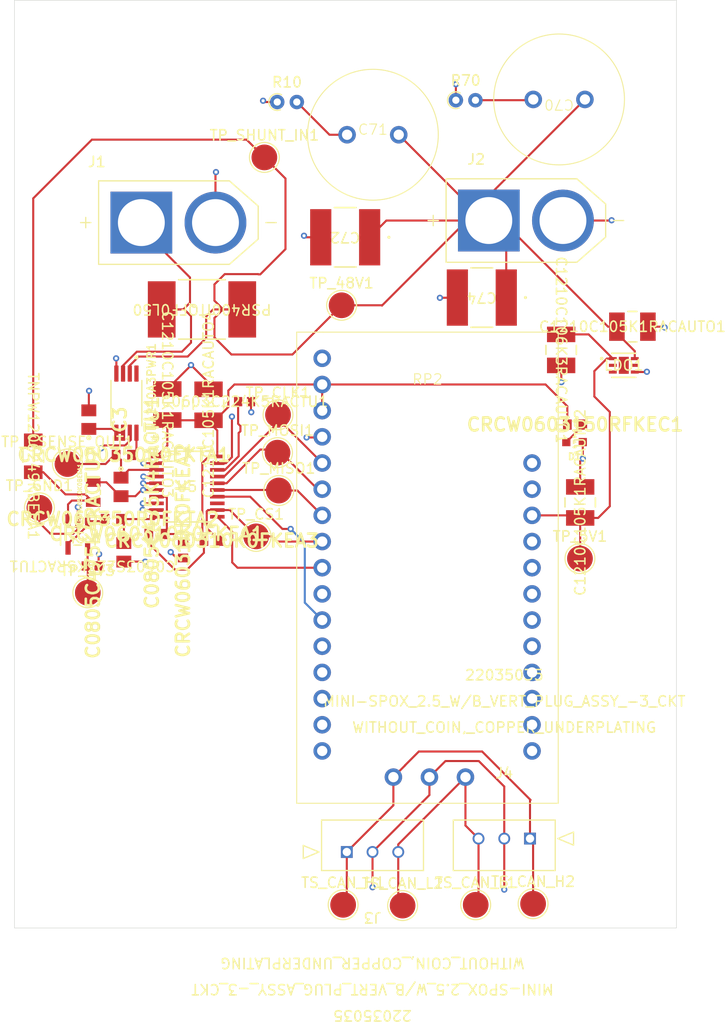
<source format=kicad_pcb>
(kicad_pcb (version 20240108) (generator "pcbnew") (generator_version "8.0")
  (layers (0 "F.Cu" signal) (31 "B.Cu" signal) (34 "B.Paste" user) (35 "F.Paste" user) (36 "B.SilkS" user "B.Silkscreen") (37 "F.SilkS" user "F.Silkscreen") (38 "B.Mask" user) (39 "F.Mask" user) (44 "Edge.Cuts" user))
  (net 0 "")
  (net 1 "Net-(U2-VIN+)")
  (net 2 "/AMP_OUT")
  (net 3 "GND")
  (net 4 "+3V3")
  (net 5 "Net-(U5-CAP)")
  (net 6 "/CSENSE_OUT")
  (net 7 "/MOSI")
  (net 8 "/MISO")
  (net 9 "Net-(U5-AIN2P)")
  (net 10 "/CS")
  (net 11 "/RESET")
  (net 12 "/Vdivider")
  (net 14 "+48V")
  (net 15 "+5V")
  (net 16 "Net-(INA240A3PWR1-OUT)")
  (net 17 "Net-(CRCW0603150RFKEC1-Pad1)")
  (net 18 "/SHUNT_LOAD")
  (net 20 "Net-(C71-Pad1)")
  (net 21 "Net-(C70-Pad1)")
  (net 22 "/CAN_H")
  (net 23 "/CAN_L")
  (net 43 "/SCK")
  (net 44 "/GPIO_CLKIN")
  (footprint "TestPoint:TestPoint_Pad_D2.5mm" (layer "F.Cu") (at 153.5 69.225)
    (property "Reference" "TP_SHUNT_IN1")
    (property "Value" "~")
  )
  (footprint "SMV_Passives:RESC1608X50N" (layer "F.Cu") (at 145.6 107.345602 90)
    (property "Reference" "CRCW060310K0FKEA2")
    (property "Value" "10k ohms" (hide yes))
  )
  (footprint "SMV_Passives:CAPC340270_190N_KEM-M" (layer "F.Cu") (at 182.325 87.904398 -90)
    (property "Reference" "C1210C106K3RACAUTO1")
    (property "Value" "10μF")
  )
  (footprint "SMV_Connectors:AMASS_XT60-M" (layer "F.Cu") (at 178.9 75.35)
    (property "Reference" "J2")
    (property "Value" "XT60-M")
  )
  (footprint "TestPoint:TestPoint_Pad_D2.5mm" (layer "F.Cu") (at 166.925 141.825)
    (property "Reference" "TS_CAN_L2")
    (property "Value" "~")
  )
  (footprint "Resistor_THT:R_Axial_DIN0204_L3.6mm_D1.6mm_P1.90mm_Vertical" (layer "F.Cu") (at 154.75 63.85)
    (property "Reference" "R10")
    (property "Value" "R_US")
  )
  (footprint "SMV_Passives:CAPC340270_190N_KEM-M" (layer "F.Cu") (at 144.075 93.204398 -90)
    (property "Reference" "C1210C105K1RACAUTO3")
    (property "Value" "1μF")
  )
  (footprint "SMV_ICs:TSSOP20_PW_TEX" (layer "F.Cu") (at 145.975 101.170602)
    (property "Reference" "U5")
    (property "Value" "PADS131M04QPWRQ1")
  )
  (footprint "SMV_Passives:CAP_C2220C_2S_KEM-L" (layer "F.Cu") (at 161.3501 76.975 180)
    (property "Reference" "C72")
    (property "Value" "C2220C475M1R2C7186")
  )
  (footprint "SMV_Passives:0805RESC2012X60N" (layer "F.Cu") (at 136.875 101.72 90)
    (property "Reference" "TNPW080510K0BEEA1")
    (property "Value" "10k ohms")
  )
  (footprint "SMV_ICs:SOT-23-5_MC_MCH" (layer "F.Cu") (at 135.379801 105.820601 -90)
    (property "Reference" "U2")
    (property "Value" "MCP6286T-E/OT")
  )
  (footprint "TestPoint:TestPoint_Pad_D2.5mm" (layer "F.Cu") (at 184.15 108.15)
    (property "Reference" "TP_5V1")
    (property "Value" "~")
  )
  (footprint "SMV_Connectors:3pin_CON_22035035_MOL" (layer "F.Cu") (at 179.3 135.325)
    (property "Reference" "J4")
    (property "Value" "22035035")
  )
  (footprint "TestPoint:TestPoint_Pad_D2.5mm" (layer "F.Cu") (at 154.825 94.2)
    (property "Reference" "TP_CLK1")
    (property "Value" "~")
  )
  (footprint "TestPoint:TestPoint_Pad_D2.5mm" (layer "F.Cu") (at 131.65 103.225)
    (property "Reference" "TP_GND1")
    (property "Value" "~")
  )
  (footprint "TestPoint:TestPoint_Pad_D2.5mm" (layer "F.Cu") (at 152.7 106)
    (property "Reference" "TP_CS1")
    (property "Value" "~")
  )
  (footprint "TestPoint:TestPoint_Pad_D2.5mm" (layer "F.Cu") (at 154.775 97.875)
    (property "Reference" "TP_MOSI1")
    (property "Value" "~")
  )
  (footprint "SMV_Passives:RESC1608X50N" (layer "F.Cu") (at 183.675 95.15 180)
    (property "Reference" "CRCW0603150RFKEC1")
    (property "Value" "150 ohm" (hide yes))
  )
  (footprint "TestPoint:TestPoint_Pad_D2.5mm" (layer "F.Cu") (at 179.6 141.65)
    (property "Reference" "TS_CAN_H2")
    (property "Value" "~")
  )
  (footprint "SMV_Connectors:RP2040" (layer "F.Cu") (at 169.5305 106.5)
    (property "Reference" "RP2")
    (property "Value" "~")
  )
  (footprint "TestPoint:TestPoint_Pad_D2.5mm" (layer "F.Cu") (at 136.35 111.470602)
    (property "Reference" "TP_3V3")
    (property "Value" "~")
  )
  (footprint "SMV_Passives:CAPC340270_190N_KEM-M" (layer "F.Cu") (at 184.175 102.704398 90)
    (property "Reference" "C1210C105K1RACAUTO2")
    (property "Value" "1μF")
  )
  (footprint "SMV_Passives:RESC1608X50N" (layer "F.Cu") (at 139.85 98.1 180)
    (property "Reference" "CRCW060350R0FKTA1")
    (property "Value" "50 ohms" (hide yes))
  )
  (footprint "TestPoint:TestPoint_Pad_D2.5mm" (layer "F.Cu") (at 174.025 141.75)
    (property "Reference" "TS_CAN_L1")
    (property "Value" "~")
  )
  (footprint "TestPoint:TestPoint_Pad_D2.5mm" (layer "F.Cu") (at 161 83.575)
    (property "Reference" "TP_48V1")
    (property "Value" "~")
  )
  (footprint "SMV_Passives:CAPC340270_190N_KEM-M" (layer "F.Cu") (at 148.075 93.229398 90)
    (property "Reference" "C1210C105K1RACAUTO4")
    (property "Value" "1μF")
  )
  (footprint "SMV_ICs:SOP65P640X120-8N" (layer "F.Cu") (at 140.1 93.070602 -90)
    (property "Reference" "INA240A3PWR1")
    (property "Value" "~")
  )
  (footprint "SMV_Passives:Cap0805" (layer "F.Cu") (at 139.575 101.2 -90)
    (property "Reference" "C0805C475K4RACTU1")
    (property "Value" "4.7uF" (hide yes))
  )
  (footprint "SMV_Passives:RESC1608X50N" (layer "F.Cu") (at 148.375 106.420602)
    (property "Reference" "CRCW060310K0FKEA3")
    (property "Value" "10k ohms" (hide yes))
  )
  (footprint "SMV_Passives:RES_TNPW1206_VIS-M" (layer "F.Cu") (at 131.05 98.225 -90)
    (property "Reference" "TNPW1206249KBEEA1")
    (property "Value" "249k ohms")
  )
  (footprint "SMV_Passives:Big_Chunky_Cap" (layer "F.Cu") (at 164.04175 67.025)
    (property "Reference" "C71")
    (property "Value" "470uF, 63V")
  )
  (footprint "SMV_Passives:Cap0805" (layer "F.Cu") (at 136.45 94.670602 90)
    (property "Reference" "C3")
    (property "Value" "0.1uF,50V" (hide yes))
  )
  (footprint "SMV_Passives:Cap0805" (layer "F.Cu") (at 139.85 107.545602 -90)
    (property "Reference" "C0805C475K4RACTU2")
    (property "Value" "4.7uF" (hide yes))
  )
  (footprint "SMV_Connectors:3pin_CON_22035035_MOL" (layer "F.Cu") (at 161.50401 136.624999 180)
    (property "Reference" "J3")
    (property "Value" "22035035")
  )
  (footprint "SMV_Passives:RESC1608X50N" (layer "F.Cu") (at 143.025 105.770602)
    (property "Reference" "CRCW060310K0FKEA1")
    (property "Value" "10k ohms" (hide yes))
  )
  (footprint "SMV_Passives:CAPC17595_87N_KEM-L" (layer "F.Cu") (at 136.773801 108.870602 180)
    (property "Reference" "C0603S223K5RACTU1")
    (property "Value" "0.022uF")
  )
  (footprint "SMV_Passives:Big_Chunky_Cap" (layer "F.Cu") (at 182.125 63.6 180)
    (property "Reference" "C70")
    (property "Value" "470uF, 63V")
  )
  (footprint "TestPoint:TestPoint_Pad_D2.5mm" (layer "F.Cu") (at 161.15 141.75)
    (property "Reference" "TS_CAN_H1")
    (property "Value" "~")
  )
  (footprint "TestPoint:TestPoint_Pad_D2.5mm" (layer "F.Cu") (at 154.9 101.55)
    (property "Reference" "TP_MISO1")
    (property "Value" "~")
  )
  (footprint "SMV_Passives:WL-SMCW_0603(diode)" (layer "F.Cu") (at 183.625 96.85 180)
    (property "Reference" "D1")
    (property "Value" "WL-SMCW_0603")
  )
  (footprint "TestPoint:TestPoint_Pad_D2.5mm" (layer "F.Cu") (at 134.375 98.975)
    (property "Reference" "TP_CSENSE_OUT1")
    (property "Value" "~")
  )
  (footprint "SMV_Passives:CAPC17595_87N_KEM-L" (layer "F.Cu") (at 151.575 92.925)
    (property "Reference" "C0603C224K5RACTU1")
    (property "Value" "220nF")
  )
  (footprint "SMV_Passives:CAPC340270_190N_KEM-M" (layer "F.Cu") (at 189.245602 85.65)
    (property "Reference" "C1210C105K1RACAUTO1")
    (property "Value" "1μF")
  )
  (footprint "Resistor_THT:R_Axial_DIN0204_L3.6mm_D1.6mm_P1.90mm_Vertical" (layer "F.Cu") (at 172.1 63.675)
    (property "Reference" "R70")
    (property "Value" "R_US")
  )
  (footprint "SMV_Passives:RESC1608X50N" (layer "F.Cu") (at 138.775 104.320602 180)
    (property "Reference" "CRCW060350R0FKTA2")
    (property "Value" "50 ohms" (hide yes))
  )
  (footprint "SMV_Passives:RES_PSR400IT_ROM-L" (layer "F.Cu") (at 147.4384 83.975 180)
    (property "Reference" "PSR400ITQFF0L50")
    (property "Value" "0.0005ohm")
  )
  (footprint "SMV_ICs:U-DFN2020-6_TYPE-C_DIO-M" (layer "F.Cu") (at 188.4082 89.399999)
    (property "Reference" "LDO1")
    (property "Value" "~")
  )
  (footprint "SMV_Connectors:AMASS_XT60-M" (layer "F.Cu") (at 145.15 75.55)
    (property "Reference" "J1")
    (property "Value" "XT60-M")
  )
  (footprint "SMV_Passives:CAP_C2220C_2S_KEM-L" (layer "F.Cu") (at 174.6186 82.825 180)
    (property "Reference" "C74")
    (property "Value" "C2220C475M1R2C7186")
  )
  (gr_rect (start 129.225 53.975) (end 193.525 144) (stroke (width 0.05)) (fill none) (layer "Edge.Cuts"))
  (segment (start 134.175 101.925) (end 132.0244 99.7744) (width 0.2) (layer "F.Cu") (net 1))
  (segment (start 134.4298 102.8952) (end 134.4298 104.525402) (width 0.2) (layer "F.Cu") (net 1))
  (segment (start 136.875 102.69) (end 136.11 101.925) (width 0.2) (layer "F.Cu") (net 1))
  (segment (start 136.11 101.925) (end 134.175 101.925) (width 0.2) (layer "F.Cu") (net 1))
  (segment (start 134.8 102.525) (end 134.4298 102.8952) (width 0.2) (layer "F.Cu") (net 1))
  (segment (start 132.0244 99.7744) (end 131.05 99.7744) (width 0.2) (layer "F.Cu") (net 1))
  (segment (start 136.71 102.525) (end 134.8 102.525) (width 0.2) (layer "F.Cu") (net 1))
  (segment (start 136.875 102.69) (end 136.71 102.525) (width 0.2) (layer "F.Cu") (net 1))
  (segment (start 135.097404 106.1642) (end 136.329802 104.931802) (width 0.2) (layer "F.Cu") (net 2))
  (segment (start 136.329802 104.931802) (end 136.329802 104.525402) (width 0.2) (layer "F.Cu") (net 2))
  (segment (start 137.8202 104.525402) (end 138.025 104.320602) (width 0.2) (layer "F.Cu") (net 2))
  (segment (start 136.329802 104.525402) (end 137.8202 104.525402) (width 0.2) (layer "F.Cu") (net 2))
  (segment (start 134.975 106.1642) (end 135.097404 106.1642) (width 0.2) (layer "F.Cu") (net 2))
  (segment (start 134.4298 107.1158) (end 134.4298 106.7094) (width 0.2) (layer "F.Cu") (net 2))
  (segment (start 134.4298 106.7094) (end 134.975 106.1642) (width 0.2) (layer "F.Cu") (net 2))
  (segment (start 134.925 105.75) (end 132.725 105.75) (width 0.2) (layer "F.Cu") (net 3))
  (segment (start 183.955 101.42) (end 184.175 101.2) (width 0.2) (layer "F.Cu") (net 3))
  (segment (start 176.8 135.325) (end 176.8 140.275) (width 0.2) (layer "F.Cu") (net 3))
  (segment (start 135.379801 104.525402) (end 135.379801 103.15) (width 0.2) (layer "F.Cu") (net 3))
  (segment (start 143.02225 102.7956) (end 141.7044 102.7956) (width 0.2) (layer "F.Cu") (net 3))
  (segment (start 142.922248 101.595602) (end 143.02225 101.4956) (width 0.2) (layer "F.Cu") (net 3))
  (segment (start 184.175 98.7) (end 184.425 98.45) (width 0.2) (layer "F.Cu") (net 3))
  (segment (start 148.075 91.075) (end 146.375 89.375) (width 0.2) (layer "F.Cu") (net 3))
  (segment (start 141.754397 98.895603) (end 141.75 98.9) (width 0.2) (layer "F.Cu") (net 3))
  (segment (start 172.1 63.675) (end 172.1 62.125) (width 0.2) (layer "F.Cu") (net 3))
  (segment (start 148.75 70.7) (end 148.8 70.65) (width 0.2) (layer "F.Cu") (net 3))
  (segment (start 170.525 82.825) (end 170.5 82.85) (width 0.2) (layer "F.Cu") (net 3))
  (segment (start 138.15 100.75) (end 136.875 100.75) (width 0.2) (layer "F.Cu") (net 3))
  (segment (start 139.125 88.75) (end 139.1 88.725) (width 0.2) (layer "F.Cu") (net 3))
  (segment (start 140.425 95.940602) (end 140.425 96.725601) (width 0.2) (layer "F.Cu") (net 3))
  (segment (start 143.02225 100.845601) (end 141.729399 100.845601) (width 0.2) (layer "F.Cu") (net 3))
  (segment (start 158.9752 76.975) (end 157.475 76.975) (width 0.2) (layer "F.Cu") (net 3))
  (segment (start 135.379801 105.295199) (end 134.925 105.75) (width 0.2) (layer "F.Cu") (net 3))
  (segment (start 137.4 108.870602) (end 137.4 107.775) (width 0.2) (layer "F.Cu") (net 3))
  (segment (start 157.6 96.4) (end 159.0565 96.4) (width 0.2) (layer "F.Cu") (net 3))
  (segment (start 137.4 107.775) (end 137.45 107.725) (width 0.2) (layer "F.Cu") (net 3))
  (segment (start 164.00401 136.624999) (end 164.00401 140.04599) (width 0.2) (layer "F.Cu") (net 3))
  (segment (start 141.754397 100.195603) (end 141.75 100.2) (width 0.2) (layer "F.Cu") (net 3))
  (segment (start 139.575 102.1) (end 139.5 102.1) (width 0.2) (layer "F.Cu") (net 3))
  (segment (start 171.0905 127.8) (end 174.325 127.8) (width 0.2) (layer "F.Cu") (net 3))
  (segment (start 174.325 127.8) (end 176.8 130.275) (width 0.2) (layer "F.Cu") (net 3))
  (segment (start 170.55 82.85) (end 170.525 82.825) (width 0.2) (layer "F.Cu") (net 3))
  (segment (start 131.65 104.675) (end 131.65 103.225) (width 0.2) (layer "F.Cu") (net 3))
  (segment (start 169.5305 131.098509) (end 164.00401 136.624999) (width 0.2) (layer "F.Cu") (net 3))
  (segment (start 148.75 75.55) (end 148.75 70.7) (width 0.2) (layer "F.Cu") (net 3))
  (segment (start 135.379801 104.525402) (end 135.379801 105.295199) (width 0.2) (layer "F.Cu") (net 3))
  (segment (start 141.920602 108.445602) (end 141.925 108.45) (width 0.2) (layer "F.Cu") (net 3))
  (segment (start 139.85 108.445602) (end 141.920602 108.445602) (width 0.2) (layer "F.Cu") (net 3))
  (segment (start 192.3 85.65) (end 192.375 85.725) (width 0.2) (layer "F.Cu") (net 3))
  (segment (start 159.0565 96.4) (end 159.1165 96.34) (width 0.2) (layer "F.Cu") (net 3))
  (segment (start 143.02225 98.895603) (end 141.754397 98.895603) (width 0.2) (layer "F.Cu") (net 3))
  (segment (start 145.6 108.095602) (end 144.970602 108.095602) (width 0.2) (layer "F.Cu") (net 3))
  (segment (start 136.45 91.9) (end 136.45 93.770602) (width 0.2) (layer "F.Cu") (net 3))
  (segment (start 157.325 76.825) (end 157.325 76.825) (width 0.2) (layer "F.Cu") (net 3))
  (segment (start 172.2437 82.825) (end 170.55 82.85) (width 0.2) (layer "F.Cu") (net 3))
  (segment (start 184.425 96.85) (end 184.425 98.45) (width 0.2) (layer "F.Cu") (net 3))
  (segment (start 182.35 91.033796) (end 182.325 91.033796) (width 0.2) (layer "F.Cu") (net 3))
  (segment (start 157.475 76.975) (end 157.35 76.85) (width 0.2) (layer "F.Cu") (net 3))
  (segment (start 143.02225 101.4956) (end 141.7294 101.4956) (width 0.2) (layer "F.Cu") (net 3))
  (segment (start 144.970602 108.095602) (end 144.4 107.525) (width 0.2) (layer "F.Cu") (net 3))
  (segment (start 152.201199 93.926199) (end 152.225 93.95) (width 0.2) (layer "F.Cu") (net 3))
  (segment (start 190.75 85.65) (end 192.3 85.65) (width 0.2) (layer "F.Cu") (net 3))
  (segment (start 132.725 105.75) (end 131.65 104.675) (width 0.2) (layer "F.Cu") (net 3))
  (segment (start 137.925 97.175) (end 137.65 97.45) (width 0.2) (layer "F.Cu") (net 3))
  (segment (start 182.325 89.408796) (end 182.35 91.033796) (width 0.2) (layer "F.Cu") (net 3))
  (segment (start 182.5 75.35) (end 187.2 75.35) (width 0.2) (layer "F.Cu") (net 3))
  (segment (start 153.5 63.85) (end 153.375 63.725) (width 0.2) (layer "F.Cu") (net 3))
  (segment (start 154.75 63.85) (end 153.5 63.85) (width 0.2) (layer "F.Cu") (net 3))
  (segment (start 176.8 130.275) (end 176.8 135.325) (width 0.2) (layer "F.Cu") (net 3))
  (segment (start 169.5305 129.36) (end 169.5305 131.098509) (width 0.2) (layer "F.Cu") (net 3))
  (segment (start 143.02225 103.445601) (end 141.695601 103.445601) (width 0.2) (layer "F.Cu") (net 3))
  (segment (start 157.35 76.825) (end 157.325 76.825) (width 0.2) (layer "F.Cu") (net 3))
  (segment (start 141.725 101.5) (end 141.575 101.5) (width 0.2) (layer "F.Cu") (net 3))
  (segment (start 152.201199 92.925) (end 152.201199 93.926199) (width 0.2) (layer "F.Cu") (net 3))
  (segment (start 184.175 101.2) (end 184.175 98.7) (width 0.2) (layer "F.Cu") (net 3))
  (segment (start 157.35 76.85) (end 157.35 76.825) (width 0.2) (layer "F.Cu") (net 3))
  (segment (start 146.375 89.4) (end 146.375 89.375) (width 0.2) (layer "F.Cu") (net 3))
  (segment (start 140.975 102.1) (end 139.575 102.1) (width 0.2) (layer "F.Cu") (net 3))
  (segment (start 189.475 90.049998) (end 190.625002 90.049998) (width 0.2) (layer "F.Cu") (net 3))
  (segment (start 187.2 75.35) (end 187.225 75.325) (width 0.2) (layer "F.Cu") (net 3))
  (segment (start 141.7294 101.4956) (end 141.725 101.5) (width 0.2) (layer "F.Cu") (net 3))
  (segment (start 141.575 101.5) (end 140.975 102.1) (width 0.2) (layer "F.Cu") (net 3))
  (segment (start 141.7044 102.7956) (end 141.7 102.8) (width 0.2) (layer "F.Cu") (net 3))
  (segment (start 150.348801 98.307203) (end 149.760401 98.895603) (width 0.2) (layer "F.Cu") (net 3))
  (segment (start 149.760401 98.895603) (end 148.92775 98.895603) (width 0.2) (layer "F.Cu") (net 3))
  (segment (start 136.475 91.875) (end 136.45 91.9) (width 0.2) (layer "F.Cu") (net 3))
  (segment (start 164.00401 140.04599) (end 164 140.05) (width 0.2) (layer "F.Cu") (net 3))
  (segment (start 135.379801 104.931802) (end 135.379801 104.525402) (width 0.2) (layer "F.Cu") (net 3))
  (segment (start 139.125 90.200602) (end 139.125 88.75) (width 0.2) (layer "F.Cu") (net 3))
  (segment (start 140.425 96.725601) (end 139.975601 97.175) (width 0.2) (layer "F.Cu") (net 3))
  (segment (start 141.695601 103.445601) (end 141.675 103.425) (width 0.2) (layer "F.Cu") (net 3))
  (segment (start 144.075 91.7) (end 146.375 89.4) (width 0.2) (layer "F.Cu") (net 3))
  (segment (start 148.075 91.725) (end 148.075 91.075) (width 0.2) (layer "F.Cu") (net 3))
  (segment (start 184.425 98.45) (end 184.425 98.4) (width 0.2) (layer "F.Cu") (net 3))
  (segment (start 190.625002 90.049998) (end 190.65 90.025) (width 0.2) (layer "F.Cu") (net 3))
  (segment (start 169.5305 129.36) (end 171.0905 127.8) (width 0.2) (layer "F.Cu") (net 3))
  (segment (start 139.5 102.1) (end 138.15 100.75) (width 0.2) (layer "F.Cu") (net 3))
  (segment (start 143.02225 100.195603) (end 141.754397 100.195603) (width 0.2) (layer "F.Cu") (net 3))
  (segment (start 139.975601 97.175) (end 137.925 97.175) (width 0.2) (layer "F.Cu") (net 3))
  (segment (start 150.348801 94.375) (end 150.348801 98.307203) (width 0.2) (layer "F.Cu") (net 3))
  (segment (start 141.729399 100.845601) (end 141.725 100.85) (width 0.2) (layer "F.Cu") (net 3))
  (via (at 141.725 101.5) (size 0.6) (drill 0.3) (layers "F.Cu" "B.Cu") (net 3))
  (via (at 150.348801 94.375) (size 0.6) (drill 0.3) (layers "F.Cu" "B.Cu") (net 3))
  (via (at 192.375 85.725) (size 0.6) (drill 0.3) (layers "F.Cu" "B.Cu") (net 3))
  (via (at 141.75 100.2) (size 0.6) (drill 0.3) (layers "F.Cu" "B.Cu") (net 3))
  (via (at 190.65 90.025) (size 0.6) (drill 0.3) (layers "F.Cu" "B.Cu") (net 3))
  (via (at 137.65 97.45) (size 0.6) (drill 0.3) (layers "F.Cu" "B.Cu") (net 3))
  (via (at 176.8 140.275) (size 0.6) (drill 0.3) (layers "F.Cu" "B.Cu") (net 3))
  (via (at 139.1 88.725) (size 0.6) (drill 0.3) (layers "F.Cu" "B.Cu") (net 3))
  (via (at 137.45 107.725) (size 0.6) (drill 0.3) (layers "F.Cu" "B.Cu") (net 3))
  (via (at 172.1 62.125) (size 0.6) (drill 0.3) (layers "F.Cu" "B.Cu") (net 3))
  (via (at 141.7 102.8) (size 0.6) (drill 0.3) (layers "F.Cu" "B.Cu") (net 3))
  (via (at 170.55 82.85) (size 0.6) (drill 0.3) (layers "F.Cu" "B.Cu") (net 3))
  (via (at 148.8 70.65) (size 0.6) (drill 0.3) (layers "F.Cu" "B.Cu") (net 3))
  (via (at 136.475 91.875) (size 0.6) (drill 0.3) (layers "F.Cu" "B.Cu") (net 3))
  (via (at 141.925 108.45) (size 0.6) (drill 0.3) (layers "F.Cu" "B.Cu") (net 3))
  (via (at 146.375 89.375) (size 0.6) (drill 0.3) (layers "F.Cu" "B.Cu") (net 3))
  (via (at 153.375 63.725) (size 0.6) (drill 0.3) (layers "F.Cu" "B.Cu") (net 3))
  (via (at 141.675 103.425) (size 0.6) (drill 0.3) (layers "F.Cu" "B.Cu") (net 3))
  (via (at 144.4 107.525) (size 0.6) (drill 0.3) (layers "F.Cu" "B.Cu") (net 3))
  (via (at 184.425 98.45) (size 0.6) (drill 0.3) (layers "F.Cu" "B.Cu") (net 3))
  (via (at 141.729399 100.845601) (size 0.6) (drill 0.3) (layers "F.Cu" "B.Cu") (net 3))
  (via (at 152.225 93.95) (size 0.6) (drill 0.3) (layers "F.Cu" "B.Cu") (net 3))
  (via (at 187.225 75.325) (size 0.6) (drill 0.3) (layers "F.Cu" "B.Cu") (net 3))
  (via (at 157.6 96.4) (size 0.6) (drill 0.3) (layers "F.Cu" "B.Cu") (net 3))
  (via (at 141.75 98.9) (size 0.6) (drill 0.3) (layers "F.Cu" "B.Cu") (net 3))
  (via (at 164.00401 140.04599) (size 0.6) (drill 0.3) (layers "F.Cu" "B.Cu") (net 3))
  (via (at 157.35 76.825) (size 0.6) (drill 0.3) (layers "F.Cu" "B.Cu") (net 3))
  (via (at 135.379801 103.15) (size 0.6) (drill 0.3) (layers "F.Cu" "B.Cu") (net 3))
  (via (at 182.35 91.033796) (size 0.6) (drill 0.3) (layers "F.Cu" "B.Cu") (net 3))
  (segment (start 136.35 109.073) (end 136.147602 108.870602) (width 0.2) (layer "F.Cu") (net 4))
  (segment (start 180.81 91.26) (end 182.925 93.375) (width 0.2) (layer "F.Cu") (net 4))
  (segment (start 147.475 98.865704) (end 147.475 106.270602) (width 0.2) (layer "F.Cu") (net 4))
  (segment (start 136.329802 107.1158) (end 136.329802 108.688402) (width 0.2) (layer "F.Cu") (net 4))
  (segment (start 136.225 107.220602) (end 136.329802 107.1158) (width 0.2) (layer "F.Cu") (net 4))
  (segment (start 150.59 91.26) (end 159.1165 91.26) (width 0.2) (layer "F.Cu") (net 4))
  (segment (start 144.1 94.733796) (end 144.075 94.708796) (width 0.2) (layer "F.Cu") (net 4))
  (segment (start 136.45 95.570602) (end 138.755 95.570602) (width 0.2) (layer "F.Cu") (net 4))
  (segment (start 148.075 94.733796) (end 148.075 94.875) (width 0.2) (layer "F.Cu") (net 4))
  (segment (start 136.35 111.470602) (end 136.35 109.073) (width 0.2) (layer "F.Cu") (net 4))
  (segment (start 150 93.444216) (end 150 91.85) (width 0.2) (layer "F.Cu") (net 4))
  (segment (start 144.075 97.192852) (end 143.02225 98.245602) (width 0.2) (layer "F.Cu") (net 4))
  (segment (start 147.510051 98.830653) (end 147.475 98.865704) (width 0.2) (layer "F.Cu") (net 4))
  (segment (start 142.275 106.695602) (end 142.275 105.770602) (width 0.2) (layer "F.Cu") (net 4))
  (segment (start 147.510051 98.830653) (end 148.095099 98.245604) (width 0.2) (layer "F.Cu") (net 4))
  (segment (start 139.125 95.940602) (end 139.775 95.940602) (width 0.2) (layer "F.Cu") (net 4))
  (segment (start 148.71042 94.733796) (end 150 93.444216) (width 0.2) (layer "F.Cu") (net 4))
  (segment (start 159.1165 91.26) (end 159.1165 93.8) (width 0.2) (layer "F.Cu") (net 4))
  (segment (start 144.8 109.220602) (end 142.275 106.695602) (width 0.2) (layer "F.Cu") (net 4))
  (segment (start 144.075 94.708796) (end 144.075 97.192852) (width 0.2) (layer "F.Cu") (net 4))
  (segment (start 138.755 95.570602) (end 139.125 95.940602) (width 0.2) (layer "F.Cu") (net 4))
  (segment (start 147.625 106.420602) (end 147.625 107.595602) (width 0.2) (layer "F.Cu") (net 4))
  (segment (start 148.92775 95.72775) (end 148.92775 98.245604) (width 0.2) (layer "F.Cu") (net 4))
  (segment (start 159.1165 91.26) (end 180.81 91.26) (width 0.2) (layer "F.Cu") (net 4))
  (segment (start 147.625 107.595602) (end 146 109.220602) (width 0.2) (layer "F.Cu") (net 4))
  (segment (start 147.475 106.270602) (end 147.625 106.420602) (width 0.2) (layer "F.Cu") (net 4))
  (segment (start 148.075 94.733796) (end 144.1 94.733796) (width 0.2) (layer "F.Cu") (net 4))
  (segment (start 148.095099 98.245604) (end 148.92775 98.245604) (width 0.2) (layer "F.Cu") (net 4))
  (segment (start 147.475 98.865703) (end 147.510051 98.830653) (width 0.2) (layer "F.Cu") (net 4))
  (segment (start 136.329802 108.688402) (end 136.147602 108.870602) (width 0.2) (layer "F.Cu") (net 4))
  (segment (start 182.925 93.375) (end 182.925 95.15) (width 0.2) (layer "F.Cu") (net 4))
  (segment (start 150 91.85) (end 150.59 91.26) (width 0.2) (layer "F.Cu") (net 4))
  (segment (start 148.075 94.733796) (end 148.71042 94.733796) (width 0.2) (layer "F.Cu") (net 4))
  (segment (start 146 109.220602) (end 144.8 109.220602) (width 0.2) (layer "F.Cu") (net 4))
  (segment (start 148.075 94.875) (end 148.92775 95.72775) (width 0.2) (layer "F.Cu") (net 4))
  (segment (start 148.92775 99.545604) (end 149.676085 99.545604) (width 0.2) (layer "F.Cu") (net 5))
  (segment (start 149.676085 99.545604) (end 149.926087 99.295603) (width 0.2) (layer "F.Cu") (net 5))
  (segment (start 151 98.22169) (end 151 95.969131) (width 0.2) (layer "F.Cu") (net 5))
  (segment (start 149.926087 99.295603) (end 151 98.22169) (width 0.2) (layer "F.Cu") (net 5))
  (segment (start 150.948801 95.070874) (end 150.948801 92.925) (width 0.2) (layer "F.Cu") (net 5))
  (segment (start 151 95.969131) (end 151.175 95.794131) (width 0.2) (layer "F.Cu") (net 5))
  (segment (start 151.175 95.794131) (end 151.175 95.297073) (width 0.2) (layer "F.Cu") (net 5))
  (segment (start 151.175 95.297073) (end 150.948801 95.070874) (width 0.2) (layer "F.Cu") (net 5))
  (segment (start 139.1 98.1) (end 138.95 98.1) (width 0.2) (layer "F.Cu") (net 6))
  (segment (start 140.329399 99.545601) (end 143.02225 99.545601) (width 0.2) (layer "F.Cu") (net 6))
  (segment (start 138.075 98.975) (end 134.375 98.975) (width 0.2) (layer "F.Cu") (net 6))
  (segment (start 139.575 98.575) (end 139.1 98.1) (width 0.2) (layer "F.Cu") (net 6))
  (segment (start 139.575 100.3) (end 139.575 98.575) (width 0.2) (layer "F.Cu") (net 6))
  (segment (start 139.575 100.3) (end 140.329399 99.545601) (width 0.2) (layer "F.Cu") (net 6))
  (segment (start 138.95 98.1) (end 138.075 98.975) (width 0.2) (layer "F.Cu") (net 6))
  (segment (start 158.67 101.42) (end 159.1165 101.42) (width 0.2) (layer "F.Cu") (net 7))
  (segment (start 149.8326 100.845604) (end 153.103204 97.575) (width 0.2) (layer "F.Cu") (net 7))
  (segment (start 155.075 97.825) (end 158.67 101.42) (width 0.2) (layer "F.Cu") (net 7))
  (segment (start 154.475 97.575) (end 154.775 97.875) (width 0.2) (layer "F.Cu") (net 7))
  (segment (start 153.103204 97.575) (end 154.475 97.575) (width 0.2) (layer "F.Cu") (net 7))
  (segment (start 148.92775 100.845604) (end 149.8326 100.845604) (width 0.2) (layer "F.Cu") (net 7))
  (segment (start 158.596502 100.900002) (end 159.1165 101.42) (width 0.2) (layer "F.Cu") (net 7))
  (segment (start 154.845603 101.495603) (end 154.9 101.55) (width 0.2) (layer "F.Cu") (net 8))
  (segment (start 156.7065 101.55) (end 159.1165 103.96) (width 0.2) (layer "F.Cu") (net 8))
  (segment (start 148.92775 101.495603) (end 154.845603 101.495603) (width 0.2) (layer "F.Cu") (net 8))
  (segment (start 154.9 101.55) (end 156.7065 101.55) (width 0.2) (layer "F.Cu") (net 8))
  (segment (start 144.775 105.770602) (end 145.6 106.595602) (width 0.2) (layer "F.Cu") (net 9))
  (segment (start 143.9271 102.145601) (end 144.0271 102.245601) (width 0.2) (layer "F.Cu") (net 9))
  (segment (start 143.775 105.770602) (end 144.775 105.770602) (width 0.2) (layer "F.Cu") (net 9))
  (segment (start 144.0271 105.518502) (end 143.775 105.770602) (width 0.2) (layer "F.Cu") (net 9))
  (segment (start 144.0271 102.245601) (end 144.0271 105.518502) (width 0.2) (layer "F.Cu") (net 9))
  (segment (start 143.02225 102.145601) (end 143.9271 102.145601) (width 0.2) (layer "F.Cu") (net 9))
  (segment (start 152.7 106) (end 154.275 106) (width 0.2) (layer "F.Cu") (net 10))
  (segment (start 148.92775 103.445604) (end 150.145604 103.445604) (width 0.2) (layer "F.Cu") (net 10))
  (segment (start 148.0229 103.445604) (end 147.9 103.568504) (width 0.2) (layer "F.Cu") (net 10))
  (segment (start 154.275 106) (end 154.775 106.5) (width 0.2) (layer "F.Cu") (net 10))
  (segment (start 147.9 103.568504) (end 147.9 105.195602) (width 0.2) (layer "F.Cu") (net 10))
  (segment (start 154.775 106.5) (end 159.1165 106.5) (width 0.2) (layer "F.Cu") (net 10))
  (segment (start 150.145604 103.445604) (end 152.7 106) (width 0.2) (layer "F.Cu") (net 10))
  (segment (start 147.9 105.195602) (end 149.125 106.420602) (width 0.2) (layer "F.Cu") (net 10))
  (segment (start 148.92775 103.445604) (end 148.0229 103.445604) (width 0.2) (layer "F.Cu") (net 10))
  (segment (start 148.92775 104.095602) (end 150.375 105.542852) (width 0.2) (layer "F.Cu") (net 11))
  (segment (start 150.375 108.525) (end 150.89 109.04) (width 0.2) (layer "F.Cu") (net 11))
  (segment (start 150.375 105.542852) (end 150.375 108.525) (width 0.2) (layer "F.Cu") (net 11))
  (segment (start 150.89 109.04) (end 159.1165 109.04) (width 0.2) (layer "F.Cu") (net 11))
  (segment (start 139.85 104.645602) (end 139.525 104.320602) (width 0.2) (layer "F.Cu") (net 12))
  (segment (start 139.85 106.645602) (end 139.85 104.645602) (width 0.2) (layer "F.Cu") (net 12))
  (segment (start 142.797248 104.320602) (end 143.02225 104.0956) (width 0.2) (layer "F.Cu") (net 12))
  (segment (start 139.525 104.320602) (end 142.797248 104.320602) (width 0.2) (layer "F.Cu") (net 12))
  (segment (start 156.225 88.35) (end 161 83.575) (width 0.2) (layer "F.Cu") (net 14))
  (segment (start 153.5 69.225) (end 155.55 71.275) (width 0.2) (layer "F.Cu") (net 14))
  (segment (start 187.741204 86.28542) (end 189.475 88.019216) (width 0.2) (layer "F.Cu") (net 14))
  (segment (start 148.65 86.7) (end 150.3 88.35) (width 0.2) (layer "F.Cu") (net 14))
  (segment (start 187.741204 85.65) (end 187.741204 86.28542) (width 0.2) (layer "F.Cu") (net 14))
  (segment (start 175.3 75.35) (end 165.35 75.35) (width 0.2) (layer "F.Cu") (net 14))
  (segment (start 155.55 78.125) (end 153.1 80.575) (width 0.2) (layer "F.Cu") (net 14))
  (segment (start 131.05 73.2) (end 131.05 96.6756) (width 0.2) (layer "F.Cu") (net 14))
  (segment (start 165.35 75.35) (end 163.725 76.975) (width 0.2) (layer "F.Cu") (net 14))
  (segment (start 151.35 83.975) (end 151.35 85.424522) (width 0.2) (layer "F.Cu") (net 14))
  (segment (start 151.35 83.975) (end 149.475 83.975) (width 0.2) (layer "F.Cu") (net 14))
  (segment (start 152.925 80.575) (end 152.9 80.55) (width 0.2) (layer "F.Cu") (net 14))
  (segment (start 176.9935 82.825) (end 176.9935 77.0435) (width 0.2) (layer "F.Cu") (net 14))
  (segment (start 173.175 75.35) (end 164.925 83.6) (width 0.2) (layer "F.Cu") (net 14))
  (segment (start 150.3 88.35) (end 156.225 88.35) (width 0.2) (layer "F.Cu") (net 14))
  (segment (start 151.35 83.975) (end 152.225 83.975) (width 0.2) (layer "F.Cu") (net 14))
  (segment (start 153.1 80.575) (end 152.925 80.575) (width 0.2) (layer "F.Cu") (net 14))
  (segment (start 186.875 85.65) (end 176.575 75.35) (width 0.2) (layer "F.Cu") (net 14))
  (segment (start 187.741204 85.65) (end 186.875 85.65) (width 0.2) (layer "F.Cu") (net 14))
  (segment (start 175.3 72.93325) (end 184.63325 63.6) (width 0.2) (layer "F.Cu") (net 14))
  (segment (start 152.9 80.55) (end 149.65 80.55) (width 0.2) (layer "F.Cu") (net 14))
  (segment (start 151.75 83.575) (end 151.35 83.975) (width 0.2) (layer "F.Cu") (net 14))
  (segment (start 136.75 67.5) (end 131.05 73.2) (width 0.2) (layer "F.Cu") (net 14))
  (segment (start 176.575 75.35) (end 175.3 75.35) (width 0.2) (layer "F.Cu") (net 14))
  (segment (start 148.525 83.975) (end 151.35 83.975) (width 0.2) (layer "F.Cu") (net 14))
  (segment (start 141.290603 88.55) (end 146.05 88.55) (width 0.2) (layer "F.Cu") (net 14))
  (segment (start 148.65 81.55) (end 148.65 83.125) (width 0.2) (layer "F.Cu") (net 14))
  (segment (start 175.3 75.35) (end 175.3 72.93325) (width 0.2) (layer "F.Cu") (net 14))
  (segment (start 148.65 84.8) (end 148.65 86.7) (width 0.2) (layer "F.Cu") (net 14))
  (segment (start 176.9935 77.0435) (end 175.3 75.35) (width 0.2) (layer "F.Cu") (net 14))
  (segment (start 140.425 89.415603) (end 141.290603 88.55) (width 0.2) (layer "F.Cu") (net 14))
  (segment (start 140.425 90.200602) (end 140.425 89.415603) (width 0.2) (layer "F.Cu") (net 14))
  (segment (start 164.9 83.575) (end 161 83.575) (width 0.2) (layer "F.Cu") (net 14))
  (segment (start 155.55 71.275) (end 155.55 78.125) (width 0.2) (layer "F.Cu") (net 14))
  (segment (start 149.5 83.975) (end 151.35 83.975) (width 0.2) (layer "F.Cu") (net 14))
  (segment (start 149.65 80.55) (end 148.65 81.55) (width 0.2) (layer "F.Cu") (net 14))
  (segment (start 149.475 83.975) (end 148.65 84.8) (width 0.2) (layer "F.Cu") (net 14))
  (segment (start 147.85 84.65) (end 148.525 83.975) (width 0.2) (layer "F.Cu") (net 14))
  (segment (start 150.85 84.075) (end 152.05 82.875) (width 0.2) (layer "F.Cu") (net 14))
  (segment (start 174.875 75.35) (end 175.3 75.35) (width 0.2) (layer "F.Cu") (net 14))
  (segment (start 175.3 75.35) (end 174.775 74.825) (width 0.2) (layer "F.Cu") (net 14))
  (segment (start 189.475 88.019216) (end 189.475 88.75) (width 0.2) (layer "F.Cu") (net 14))
  (segment (start 153.5 69.225) (end 151.775 67.5) (width 0.2) (layer "F.Cu") (net 14))
  (segment (start 151.775 67.5) (end 136.75 67.5) (width 0.2) (layer "F.Cu") (net 14))
  (segment (start 175.3 75.35) (end 173.175 75.35) (width 0.2) (layer "F.Cu") (net 14))
  (segment (start 166.55 67.025) (end 174.875 75.35) (width 0.2) (layer "F.Cu") (net 14))
  (segment (start 152.05 82.875) (end 152.075 82.875) (width 0.2) (layer "F.Cu") (net 14))
  (segment (start 148.65 83.125) (end 149.5 83.975) (width 0.2) (layer "F.Cu") (net 14))
  (segment (start 146.05 88.55) (end 147.85 86.75) (width 0.2) (layer "F.Cu") (net 14))
  (segment (start 151.35 83.6) (end 151.35 83.975) (width 0.2) (layer "F.Cu") (net 14))
  (segment (start 147.85 86.75) (end 147.85 84.65) (width 0.2) (layer "F.Cu") (net 14))
  (segment (start 164.925 83.6) (end 164.9 83.575) (width 0.2) (layer "F.Cu") (net 14))
  (segment (start 183.926204 103.96) (end 184.175 104.208796) (width 0.2) (layer "F.Cu") (net 15))
  (segment (start 185.55 89.9604) (end 185.55 92.425) (width 0.2) (layer "F.Cu") (net 15))
  (segment (start 187.05 93.925) (end 187.05 103.075) (width 0.2) (layer "F.Cu") (net 15))
  (segment (start 184.175 108.125) (end 184.15 108.15) (width 0.2) (layer "F.Cu") (net 15))
  (segment (start 185.55 92.425) (end 187.05 93.925) (width 0.2) (layer "F.Cu") (net 15))
  (segment (start 187.3414 88.75) (end 186.7604 88.75) (width 0.2) (layer "F.Cu") (net 15))
  (segment (start 179.5 103.96) (end 183.926204 103.96) (width 0.2) (layer "F.Cu") (net 15))
  (segment (start 179.54 104) (end 179.5 103.96) (width 0.2) (layer "F.Cu") (net 15))
  (segment (start 186.7604 88.75) (end 185.55 89.9604) (width 0.2) (layer "F.Cu") (net 15))
  (segment (start 185.916204 104.208796) (end 184.175 104.208796) (width 0.2) (layer "F.Cu") (net 15))
  (segment (start 184.9914 86.4) (end 187.3414 88.75) (width 0.2) (layer "F.Cu") (net 15))
  (segment (start 182.325 86.4) (end 184.9914 86.4) (width 0.2) (layer "F.Cu") (net 15))
  (segment (start 187.05 103.075) (end 185.916204 104.208796) (width 0.2) (layer "F.Cu") (net 15))
  (segment (start 184.175 104.208796) (end 184.175 108.125) (width 0.2) (layer "F.Cu") (net 15))
  (segment (start 141.075 97.625) (end 140.6 98.1) (width 0.2) (layer "F.Cu") (net 16))
  (segment (start 141.075 95.940602) (end 141.075 97.625) (width 0.2) (layer "F.Cu") (net 16))
  (segment (start 184.425 95.15) (end 184.425 95.25) (width 0.2) (layer "F.Cu") (net 17))
  (segment (start 184.425 95.25) (end 182.825 96.85) (width 0.2) (layer "F.Cu") (net 17))
  (segment (start 143.5268 77.5268) (end 141.55 75.55) (width 0.2) (layer "F.Cu") (net 18))
  (segment (start 146.275 80.875) (end 146.275 83.325) (width 0.2) (layer "F.Cu") (net 18))
  (segment (start 145.5 88.075) (end 141.115603 88.075) (width 0.2) (layer "F.Cu") (net 18))
  (segment (start 141.55 75.55) (end 141.55 76.15) (width 0.2) (layer "F.Cu") (net 18))
  (segment (start 146.375 84.625) (end 146.375 87.2) (width 0.2) (layer "F.Cu") (net 18))
  (segment (start 141.55 76.15) (end 146.275 80.875) (width 0.2) (layer "F.Cu") (net 18))
  (segment (start 146.275 83.325) (end 145.625 83.975) (width 0.2) (layer "F.Cu") (net 18))
  (segment (start 143.5268 83.975) (end 145.725 83.975) (width 0.2) (layer "F.Cu") (net 18))
  (segment (start 146.375 87.2) (end 145.5 88.075) (width 0.2) (layer "F.Cu") (net 18))
  (segment (start 141.115603 88.075) (end 139.775 89.415603) (width 0.2) (layer "F.Cu") (net 18))
  (segment (start 138.7134 78.3866) (end 141.55 75.55) (width 0.2) (layer "F.Cu") (net 18))
  (segment (start 145.625 83.975) (end 143.5268 83.975) (width 0.2) (layer "F.Cu") (net 18))
  (segment (start 145.725 83.975) (end 146.375 84.625) (width 0.2) (layer "F.Cu") (net 18))
  (segment (start 139.775 89.415603) (end 139.775 90.200602) (width 0.2) (layer "F.Cu") (net 18))
  (segment (start 161.5335 67.025) (end 159.825 67.025) (width 0.2) (layer "F.Cu") (net 20))
  (segment (start 159.825 67.025) (end 156.65 63.85) (width 0.2) (layer "F.Cu") (net 20))
  (segment (start 174 63.675) (end 179.54175 63.675) (width 0.2) (layer "F.Cu") (net 21))
  (segment (start 179.54175 63.675) (end 179.61675 63.6) (width 0.2) (layer "F.Cu") (net 21))
  (segment (start 168.5 126.875) (end 174.65 126.875) (width 0.2) (layer "F.Cu") (net 22))
  (segment (start 166.0305 129.36) (end 166.0305 132.098509) (width 0.2) (layer "F.Cu") (net 22))
  (segment (start 161.50401 136.624999) (end 161.50401 141.39599) (width 0.2) (layer "F.Cu") (net 22))
  (segment (start 174.65 126.875) (end 179.35 131.575) (width 0.2) (layer "F.Cu") (net 22))
  (segment (start 179.3 135.5) (end 179.6 135.8) (width 0.2) (layer "F.Cu") (net 22))
  (segment (start 179.35 131.575) (end 179.3 131.625) (width 0.2) (layer "F.Cu") (net 22))
  (segment (start 161.50401 141.39599) (end 161.15 141.75) (width 0.2) (layer "F.Cu") (net 22))
  (segment (start 166.0305 129.36) (end 167.1805 128.21) (width 0.2) (layer "F.Cu") (net 22))
  (segment (start 167.1805 128.1945) (end 168.5 126.875) (width 0.2) (layer "F.Cu") (net 22))
  (segment (start 167.1805 128.21) (end 167.1805 128.1945) (width 0.2) (layer "F.Cu") (net 22))
  (segment (start 166.0305 132.098509) (end 161.50401 136.624999) (width 0.2) (layer "F.Cu") (net 22))
  (segment (start 179.3 131.625) (end 179.3 135.325) (width 0.2) (layer "F.Cu") (net 22))
  (segment (start 179.6 135.8) (end 179.6 141.65) (width 0.2) (layer "F.Cu") (net 22))
  (segment (start 179.3 135.325) (end 179.3 135.5) (width 0.2) (layer "F.Cu") (net 22))
  (segment (start 173.0305 129.36) (end 173.0305 134.0555) (width 0.2) (layer "F.Cu") (net 23))
  (segment (start 173.0305 134.0555) (end 174.3 135.325) (width 0.2) (layer "F.Cu") (net 23))
  (segment (start 166.50401 135.88649) (end 166.50401 136.624999) (width 0.2) (layer "F.Cu") (net 23))
  (segment (start 173.0305 129.36) (end 166.50401 135.88649) (width 0.2) (layer "F.Cu") (net 23))
  (segment (start 166.50401 136.624999) (end 166.50401 141.40401) (width 0.2) (layer "F.Cu") (net 23))
  (segment (start 166.50401 141.40401) (end 166.925 141.825) (width 0.2) (layer "F.Cu") (net 23))
  (segment (start 174.3 141.475) (end 174.025 141.75) (width 0.2) (layer "F.Cu") (net 23))
  (segment (start 174.3 135.325) (end 174.3 141.475) (width 0.2) (layer "F.Cu") (net 23))
  (segment (start 148.92775 102.145604) (end 152.120604 102.145604) (width 0.2) (layer "F.Cu") (net 43))
  (segment (start 155.25 105.275) (end 156.05 105.275) (width 0.2) (layer "F.Cu") (net 43))
  (segment (start 152.120604 102.145604) (end 155.25 105.275) (width 0.2) (layer "F.Cu") (net 43))
  (via (at 156.05 105.275) (size 0.6) (drill 0.3) (layers "F.Cu" "B.Cu") (net 43))
  (segment (start 156.05 105.275) (end 157.425 106.65) (width 0.2) (layer "B.Cu") (net 43))
  (segment (start 157.425 112.4285) (end 159.1165 114.12) (width 0.2) (layer "B.Cu") (net 43))
  (segment (start 157.425 106.65) (end 157.425 112.4285) (width 0.2) (layer "B.Cu") (net 43))
  (segment (start 149.591772 100.195603) (end 154.825 94.962375) (width 0.2) (layer "F.Cu") (net 44))
  (segment (start 148.92775 100.195603) (end 149.591772 100.195603) (width 0.2) (layer "F.Cu") (net 44))
  (segment (start 154.825 94.2) (end 154.825 94.5885) (width 0.2) (layer "F.Cu") (net 44))
  (segment (start 154.825 94.962375) (end 154.825 94.2) (width 0.2) (layer "F.Cu") (net 44))
  (segment (start 154.825 94.5885) (end 159.1165 98.88) (width 0.2) (layer "F.Cu") (net 44))
)
</source>
